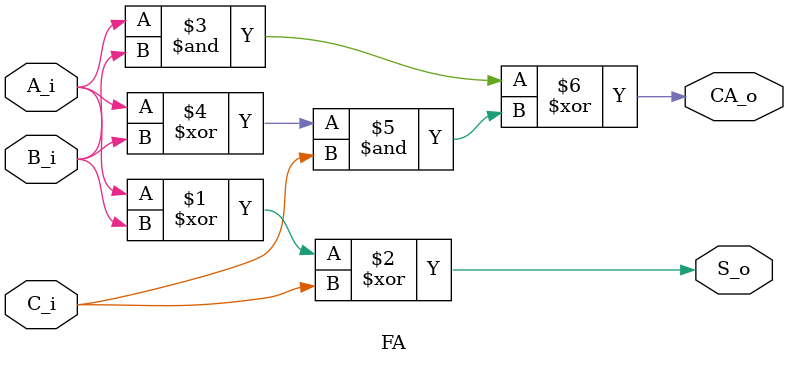
<source format=v>
`timescale 1ns/1ps
module FA(
    input  A_i,
	input  B_i,
	input  C_i,
	output S_o, //Sum out
	output CA_o //Carry out
);

  assign S_o = A_i ^ B_i ^ C_i;
  assign CA_o = ((A_i & B_i) ^ ((A_i ^ B_i) & C_i));

endmodule 

</source>
